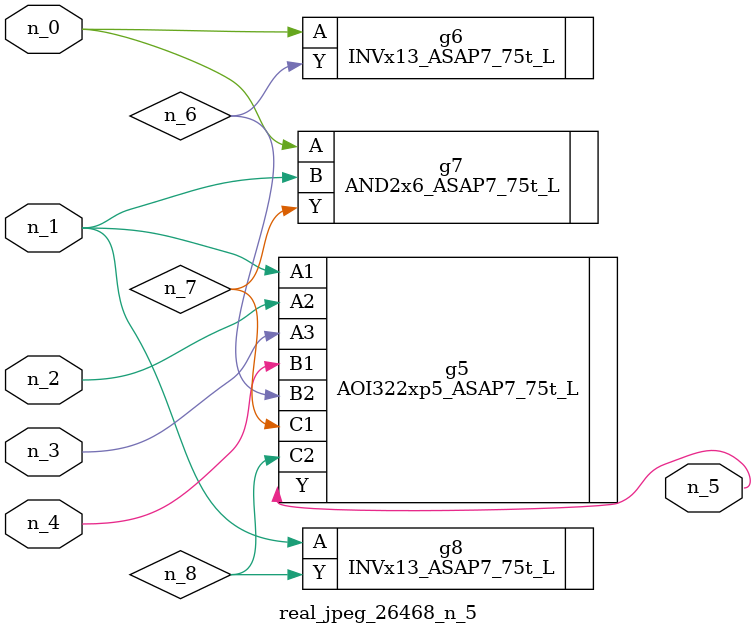
<source format=v>
module real_jpeg_26468_n_5 (n_4, n_0, n_1, n_2, n_3, n_5);

input n_4;
input n_0;
input n_1;
input n_2;
input n_3;

output n_5;

wire n_8;
wire n_6;
wire n_7;

INVx13_ASAP7_75t_L g6 ( 
.A(n_0),
.Y(n_6)
);

AND2x6_ASAP7_75t_L g7 ( 
.A(n_0),
.B(n_1),
.Y(n_7)
);

AOI322xp5_ASAP7_75t_L g5 ( 
.A1(n_1),
.A2(n_2),
.A3(n_3),
.B1(n_4),
.B2(n_6),
.C1(n_7),
.C2(n_8),
.Y(n_5)
);

INVx13_ASAP7_75t_L g8 ( 
.A(n_1),
.Y(n_8)
);


endmodule
</source>
